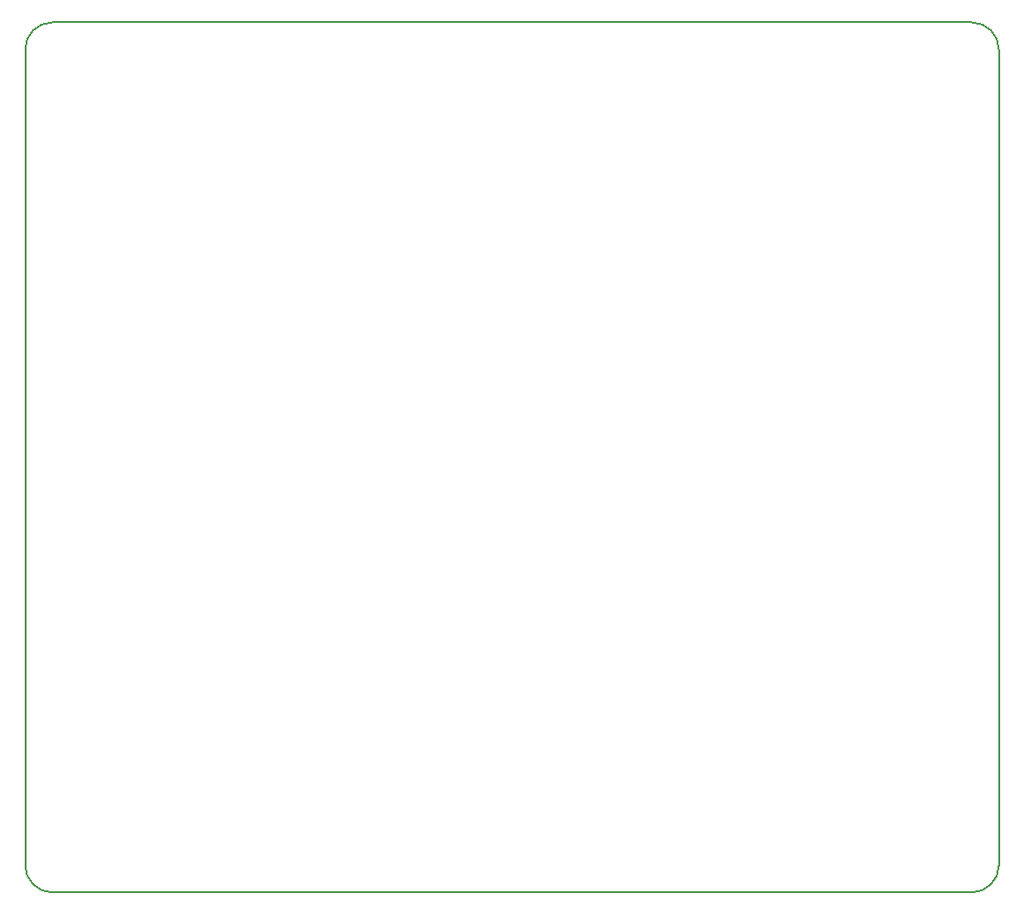
<source format=gm1>
G04 #@! TF.GenerationSoftware,KiCad,Pcbnew,5.0.1*
G04 #@! TF.CreationDate,2018-12-04T22:41:10-05:00*
G04 #@! TF.ProjectId,peripherals,7065726970686572616C732E6B696361,rev?*
G04 #@! TF.SameCoordinates,Original*
G04 #@! TF.FileFunction,Profile,NP*
%FSLAX46Y46*%
G04 Gerber Fmt 4.6, Leading zero omitted, Abs format (unit mm)*
G04 Created by KiCad (PCBNEW 5.0.1) date Tue 04 Dec 2018 10:41:10 PM EST*
%MOMM*%
%LPD*%
G01*
G04 APERTURE LIST*
%ADD10C,0.152400*%
G04 APERTURE END LIST*
D10*
X36500000Y-128000000D02*
G75*
G02X34000000Y-125500000I0J2500000D01*
G01*
X124000000Y-125500000D02*
G75*
G02X121500000Y-128000000I-2500000J0D01*
G01*
X121500000Y-47500000D02*
G75*
G02X124000000Y-50000000I0J-2500000D01*
G01*
X34000000Y-50000000D02*
G75*
G02X36500000Y-47500000I2500000J0D01*
G01*
X34000000Y-125500000D02*
X34000000Y-50000000D01*
X121500000Y-128000000D02*
X36500000Y-128000000D01*
X124000000Y-50000000D02*
X124000000Y-125500000D01*
X36500000Y-47500000D02*
X121500000Y-47500000D01*
M02*

</source>
